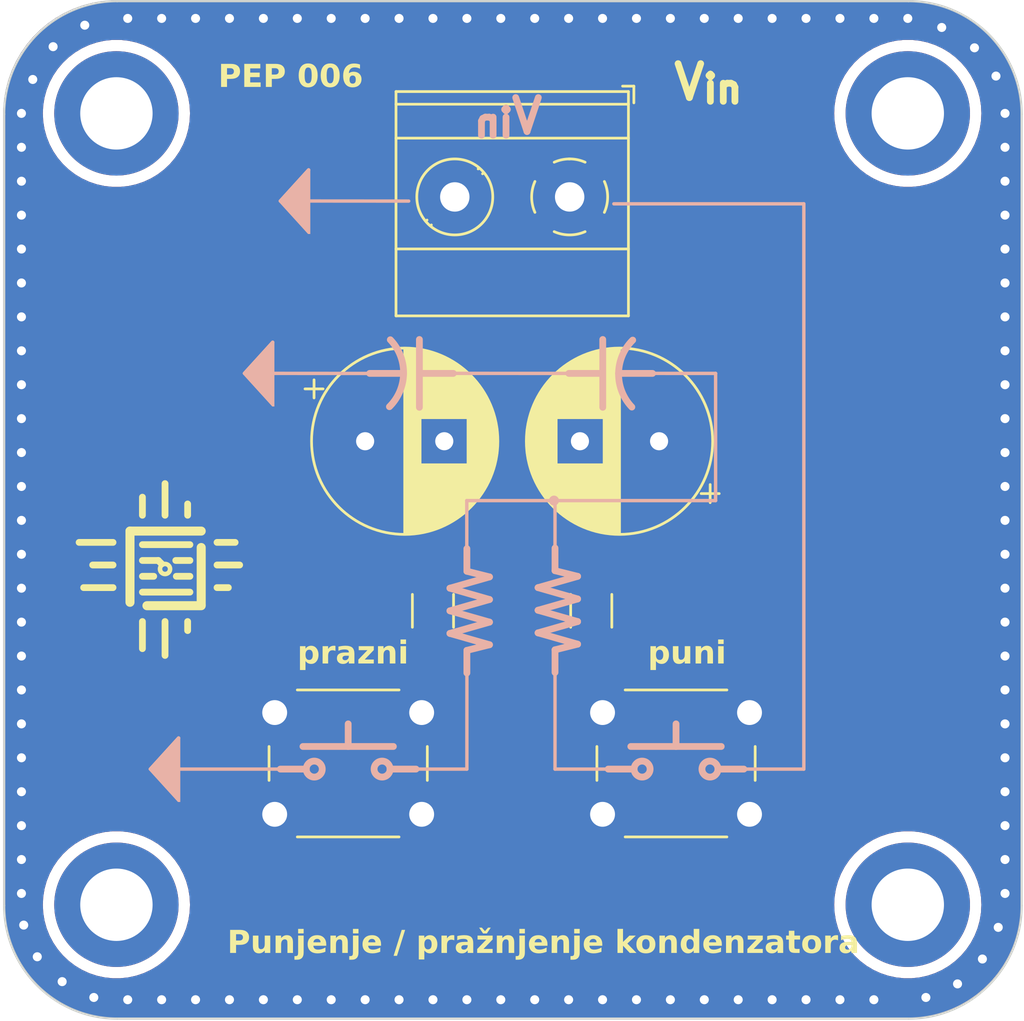
<source format=kicad_pcb>
(kicad_pcb (version 20240108) (generator "pcbnew") (generator_version "8.0")
  (layers (0 "F.Cu" signal) (31 "B.Cu" signal) (34 "B.Paste" user) (35 "F.Paste" user) (36 "B.SilkS" user "B.Silkscreen") (37 "F.SilkS" user "F.Silkscreen") (38 "B.Mask" user) (39 "F.Mask" user) (44 "Edge.Cuts" user))
  (net 0 "")
  (net 1 "0")
  (net 2 "Net-(C1-Pad2)")
  (net 3 "Output voltage")
  (net 4 "Input voltage")
  (net 5 "Net-(R1-Pad1)")
  (net 6 "Net-(R6-Pad1)")
  (footprint "Capacitor_THT:CP_Radial_D8.0mm_P3.50mm" (layer "F.Cu") (at 133 80.5 180)
    (property "Reference" "C1" (hide yes))
    (property "Value" "100u")
    (pad "1" thru_hole rect (at 0 0 180) (size 1.6 1.6) (drill 0.8) (layers "*.Cu" "*.Mask") (net 3 "Output voltage"))
    (pad "2" thru_hole circle (at 3.5 0 180) (size 1.6 1.6) (drill 0.8) (layers "*.Cu" "*.Mask") (net 2 "Net-(C1-Pad2)"))
  )
  (footprint "MountingHole:MountingHole_3.2mm_M3_ISO14580_Pad_TopBottom" (layer "F.Cu") (at 144 66)
    (property "Reference" "H3" (hide yes))
    (property "Value" "MountingHole")
    (pad "1" thru_hole circle (at 0 0) (size 3.6 3.6) (drill 3.2) (layers "*.Cu" "*.Mask"))
    (pad "1" connect circle (at 0 0) (size 5.5 5.5) (layers "F.Cu" "F.Mask"))
    (pad "1" connect circle (at 0 0) (size 5.5 5.5) (layers "B.Cu" "B.Mask"))
  )
  (footprint "Resistor_SMD:R_1206_3216Metric_Pad1.30x1.75mm_HandSolder" (layer "F.Cu") (at 123 88 90)
    (property "Reference" "R6" (hide yes))
    (property "Value" "100k" (hide yes))
    (pad "1" smd roundrect (at -1.55 0 90) (size 1.3 1.75) (layers "F.Cu" "F.Paste" "F.Mask") (roundrect_rratio 0.192308) (net 6 "Net-(R6-Pad1)"))
    (pad "2" smd roundrect (at 1.55 0 90) (size 1.3 1.75) (layers "F.Cu" "F.Paste" "F.Mask") (roundrect_rratio 0.192308) (net 3 "Output voltage"))
  )
  (footprint "Resistor_SMD:R_1206_3216Metric_Pad1.30x1.75mm_HandSolder" (layer "F.Cu") (at 130 88 90)
    (property "Reference" "R1" (hide yes))
    (property "Value" "100k" (hide yes))
    (pad "1" smd roundrect (at -1.55 0 90) (size 1.3 1.75) (layers "F.Cu" "F.Paste" "F.Mask") (roundrect_rratio 0.192308) (net 5 "Net-(R1-Pad1)"))
    (pad "2" smd roundrect (at 1.55 0 90) (size 1.3 1.75) (layers "F.Cu" "F.Paste" "F.Mask") (roundrect_rratio 0.192308) (net 3 "Output voltage"))
  )
  (footprint "MountingHole:MountingHole_3.2mm_M3_ISO14580_Pad_TopBottom" (layer "F.Cu") (at 144 101)
    (property "Reference" "H4" (hide yes))
    (property "Value" "MountingHole")
    (pad "1" thru_hole circle (at 0 0) (size 3.6 3.6) (drill 3.2) (layers "*.Cu" "*.Mask"))
    (pad "1" connect circle (at 0 0) (size 5.5 5.5) (layers "F.Cu" "F.Mask"))
    (pad "1" connect circle (at 0 0) (size 5.5 5.5) (layers "B.Cu" "B.Mask"))
  )
  (footprint "Button_Switch_THT:SW_PUSH_6mm_H4.3mm" (layer "F.Cu") (at 122.5 97 180)
    (property "Reference" "SW2" (hide yes))
    (property "Value" "SW_Push" (hide yes))
    (pad "1" thru_hole circle (at 0 0 270) (size 2 2) (drill 1.1) (layers "*.Cu" "*.Mask") (net 1 "0"))
    (pad "1" thru_hole circle (at 6.5 0 270) (size 2 2) (drill 1.1) (layers "*.Cu" "*.Mask") (net 1 "0"))
    (pad "2" thru_hole circle (at 0 4.5 270) (size 2 2) (drill 1.1) (layers "*.Cu" "*.Mask") (net 6 "Net-(R6-Pad1)"))
    (pad "2" thru_hole circle (at 6.5 4.5 270) (size 2 2) (drill 1.1) (layers "*.Cu" "*.Mask") (net 6 "Net-(R6-Pad1)"))
  )
  (footprint "Capacitor_THT:CP_Radial_D8.0mm_P3.50mm" (layer "F.Cu") (at 120 80.5)
    (property "Reference" "C2" (hide yes))
    (property "Value" "100u")
    (pad "1" thru_hole rect (at 0 0) (size 1.6 1.6) (drill 0.8) (layers "*.Cu" "*.Mask") (net 1 "0"))
    (pad "2" thru_hole circle (at 3.5 0) (size 1.6 1.6) (drill 0.8) (layers "*.Cu" "*.Mask") (net 2 "Net-(C1-Pad2)"))
  )
  (footprint "TerminalBlock_Phoenix:TerminalBlock_Phoenix_MKDS-1,5-2-5.08_1x02_P5.08mm_Horizontal" (layer "F.Cu") (at 129.045 69.695 180)
    (property "Reference" "J2" (hide yes))
    (property "Value" "Screw_Terminal_01x02")
    (pad "1" thru_hole rect (at 0 0 180) (size 2.6 2.6) (drill 1.3) (layers "*.Cu" "*.Mask") (net 4 "Input voltage"))
    (pad "2" thru_hole circle (at 5.08 0 180) (size 2.6 2.6) (drill 1.3) (layers "*.Cu" "*.Mask") (net 1 "0"))
  )
  (footprint "PEP:ele_petnica_logo" (layer "F.Cu") (at 111.15 86.15)
    (property "Reference" "REF**" (hide yes))
    (property "Value" "ele_petnica_logo" (hide yes))
  )
  (footprint "MountingHole:MountingHole_3.2mm_M3_ISO14580_Pad_TopBottom" (layer "F.Cu") (at 109 66)
    (property "Reference" "H2" (hide yes))
    (property "Value" "MountingHole")
    (pad "1" thru_hole circle (at 0 0) (size 3.6 3.6) (drill 3.2) (layers "*.Cu" "*.Mask"))
    (pad "1" connect circle (at 0 0) (size 5.5 5.5) (layers "F.Cu" "F.Mask"))
    (pad "1" connect circle (at 0 0) (size 5.5 5.5) (layers "B.Cu" "B.Mask"))
  )
  (footprint "Button_Switch_THT:SW_PUSH_6mm_H4.3mm" (layer "F.Cu") (at 137 97 180)
    (property "Reference" "SW1" (hide yes))
    (property "Value" "SW_Push" (hide yes))
    (pad "1" thru_hole circle (at 0 0 270) (size 2 2) (drill 1.1) (layers "*.Cu" "*.Mask") (net 4 "Input voltage"))
    (pad "1" thru_hole circle (at 6.5 0 270) (size 2 2) (drill 1.1) (layers "*.Cu" "*.Mask") (net 4 "Input voltage"))
    (pad "2" thru_hole circle (at 0 4.5 270) (size 2 2) (drill 1.1) (layers "*.Cu" "*.Mask") (net 5 "Net-(R1-Pad1)"))
    (pad "2" thru_hole circle (at 6.5 4.5 270) (size 2 2) (drill 1.1) (layers "*.Cu" "*.Mask") (net 5 "Net-(R1-Pad1)"))
  )
  (footprint "MountingHole:MountingHole_3.2mm_M3_ISO14580_Pad_TopBottom" (layer "F.Cu") (at 109 101 -90)
    (property "Reference" "H1" (hide yes))
    (property "Value" "MountingHole")
    (pad "1" thru_hole circle (at 0 0 270) (size 3.6 3.6) (drill 3.2) (layers "*.Cu" "*.Mask"))
    (pad "1" connect circle (at 0 0 270) (size 5.5 5.5) (layers "F.Cu" "F.Mask"))
    (pad "1" connect circle (at 0 0 270) (size 5.5 5.5) (layers "B.Cu" "B.Mask"))
  )
  (gr_line (start 130.509 79) (end 130.509 76) (stroke (width 0.3)) (layer "B.SilkS"))
  (gr_line (start 124.5 90.75) (end 124.5 89.75) (stroke (width 0.3)) (layer "B.SilkS"))
  (gr_line (start 135.603555 94.999997) (end 136.75 94.999997) (stroke (width 0.3)) (layer "B.SilkS"))
  (gr_line (start 121.926018 69.87862) (end 117.25 69.875) (stroke (width 0.15)) (layer "B.SilkS"))
  (gr_line (start 123.75 89) (end 125.5 88.5) (stroke (width 0.3)) (layer "B.SilkS"))
  (gr_line (start 139.402115 95) (end 136.15 94.999997) (stroke (width 0.15)) (layer "B.SilkS"))
  (gr_line (start 132.709 77.5) (end 131.209 77.5) (stroke (width 0.3)) (layer "B.SilkS"))
  (gr_line (start 129.397886 86.475) (end 128.397886 86.225) (stroke (width 0.3)) (layer "B.SilkS"))
  (gr_line (start 122.5 77.5) (end 123.9 77.5) (stroke (width 0.3)) (layer "B.SilkS"))
  (gr_circle (center 120.75 94.999997) (end 120.5 95.25) (stroke (width 0.3)) (fill none) (layer "B.SilkS"))
  (gr_line (start 111.75 93.625) (end 110.5 95) (stroke (width 0.15)) (layer "B.SilkS"))
  (gr_line (start 127.647886 88.975) (end 129.397886 88.475) (stroke (width 0.3)) (layer "B.SilkS"))
  (gr_line (start 123.75 87) (end 125.5 86.5) (stroke (width 0.3)) (layer "B.SilkS"))
  (gr_line (start 139.402115 70) (end 139.402115 95) (stroke (width 0.15)) (layer "B.SilkS"))
  (gr_line (start 128.397886 83.125) (end 128.397886 86.225) (stroke (width 0.15)) (layer "B.SilkS"))
  (gr_line (start 133.75 93) (end 133.75 94) (stroke (width 0.3)) (layer "B.SilkS"))
  (gr_circle (center 135.25 94.999997) (end 135 95.25) (stroke (width 0.3)) (fill none) (layer "B.SilkS"))
  (gr_line (start 128.397886 90.725) (end 128.397886 89.725) (stroke (width 0.3)) (layer "B.SilkS"))
  (gr_line (start 135.5 77.5) (end 132.826495 77.499095) (stroke (width 0.15)) (layer "B.SilkS"))
  (gr_poly (pts (xy 117.5 71.25) (xy 117.5 68.5) (xy 116.25 69.875)) (stroke (width 0.15)) (fill solid) (layer "B.SilkS"))
  (gr_line (start 131.896447 94.999997) (end 130.75 95) (stroke (width 0.3)) (layer "B.SilkS"))
  (gr_line (start 117.396447 94.999997) (end 116.25 95) (stroke (width 0.3)) (layer "B.SilkS"))
  (gr_line (start 131.75 94) (end 135.75 94) (stroke (width 0.3)) (layer "B.SilkS"))
  (gr_line (start 128.397886 89.725) (end 129.397886 89.475) (stroke (width 0.3)) (layer "B.SilkS"))
  (gr_line (start 125.5 87.5) (end 123.75 87) (stroke (width 0.3)) (layer "B.SilkS"))
  (gr_line (start 129.397886 87.475) (end 127.647886 86.975) (stroke (width 0.3)) (layer "B.SilkS"))
  (gr_line (start 129.397886 89.475) (end 127.647886 88.975) (stroke (width 0.3)) (layer "B.SilkS"))
  (gr_line (start 129.397886 88.475) (end 127.647886 87.975) (stroke (width 0.3)) (layer "B.SilkS"))
  (gr_line (start 135.5 83.125) (end 135.5 77.5) (stroke (width 0.15)) (layer "B.SilkS"))
  (gr_circle (center 132.25 94.999997) (end 132.5 95.249997) (stroke (width 0.3)) (fill none) (layer "B.SilkS"))
  (gr_line (start 124.495771 83.125) (end 135.5 83.125) (stroke (width 0.15)) (layer "B.SilkS"))
  (gr_line (start 122.147886 95) (end 124.5 95) (stroke (width 0.15)) (layer "B.SilkS"))
  (gr_line (start 131 70) (end 139.402115 70) (stroke (width 0.15)) (layer "B.SilkS"))
  (gr_line (start 122.4 76) (end 122.4 79) (stroke (width 0.3)) (layer "B.SilkS"))
  (gr_line (start 128.397886 95) (end 128.397886 89.725) (stroke (width 0.15)) (layer "B.SilkS"))
  (gr_line (start 120.2 77.5) (end 121.7 77.5) (stroke (width 0.3)) (layer "B.SilkS"))
  (gr_line (start 121.103555 94.999997) (end 122.25 94.999997) (stroke (width 0.3)) (layer "B.SilkS"))
  (gr_line (start 128.397886 86.225) (end 128.397886 85.225) (stroke (width 0.3)) (layer "B.SilkS"))
  (gr_line (start 128.397886 95) (end 130.75 95) (stroke (width 0.15)) (layer "B.SilkS"))
  (gr_poly (pts (xy 115.911991 78.87319) (xy 115.911991 76.12319) (xy 114.661991 77.49819)) (stroke (width 0.15)) (fill solid) (layer "B.SilkS"))
  (gr_line (start 130.409 77.5) (end 129.009 77.5) (stroke (width 0.3)) (layer "B.SilkS"))
  (gr_poly (pts (xy 111.75 96.375) (xy 111.75 93.625) (xy 110.5 95)) (stroke (width 0.15)) (fill solid) (layer "B.SilkS"))
  (gr_line (start 124.5 86.25) (end 124.5 85.25) (stroke (width 0.3)) (layer "B.SilkS"))
  (gr_arc (start 121.113592 76.01167) (mid 121.7 77.5) (end 121.074703 78.972415) (stroke (width 0.3)) (layer "B.SilkS"))
  (gr_line (start 117.5 68.5) (end 116.25 69.875) (stroke (width 0.15)) (layer "B.SilkS"))
  (gr_line (start 117.25 94) (end 121.25 94) (stroke (width 0.3)) (layer "B.SilkS"))
  (gr_circle (center 117.75 94.999997) (end 118 95.249997) (stroke (width 0.3)) (fill none) (layer "B.SilkS"))
  (gr_line (start 125.5 88.5) (end 123.75 88) (stroke (width 0.3)) (layer "B.SilkS"))
  (gr_line (start 123.75 88) (end 125.5 87.5) (stroke (width 0.3)) (layer "B.SilkS"))
  (gr_line (start 125.5 86.5) (end 124.5 86.25) (stroke (width 0.3)) (layer "B.SilkS"))
  (gr_line (start 124.495771 83.125) (end 124.495771 85.925) (stroke (width 0.15)) (layer "B.SilkS"))
  (gr_circle (center 128.352111 83.125) (end 128.227111 83.05) (stroke (width 0.15)) (fill none) (layer "B.SilkS"))
  (gr_line (start 124.5 89.75) (end 125.5 89.5) (stroke (width 0.3)) (layer "B.SilkS"))
  (gr_line (start 116.25 95) (end 111.5 95) (stroke (width 0.15)) (layer "B.SilkS"))
  (gr_line (start 120.338009 77.50181) (end 115.661991 77.49819) (stroke (width 0.15)) (layer "B.SilkS"))
  (gr_line (start 119.25 93) (end 119.25 94) (stroke (width 0.3)) (layer "B.SilkS"))
  (gr_line (start 115.911991 76.12319) (end 114.661991 77.49819) (stroke (width 0.15)) (layer "B.SilkS"))
  (gr_line (start 124.50181 90.661991) (end 124.5 95) (stroke (width 0.15)) (layer "B.SilkS"))
  (gr_line (start 125.5 89.5) (end 123.75 89) (stroke (width 0.3)) (layer "B.SilkS"))
  (gr_line (start 127.647886 87.975) (end 129.397886 87.475) (stroke (width 0.3)) (layer "B.SilkS"))
  (gr_line (start 129.009 77.5) (end 123.661991 77.49819) (stroke (width 0.15)) (layer "B.SilkS"))
  (gr_line (start 127.647886 86.975) (end 129.397886 86.475) (stroke (width 0.3)) (layer "B.SilkS"))
  (gr_arc (start 131.795408 78.98833) (mid 131.209 77.5) (end 131.834297 76.027585) (stroke (width 0.3)) (layer "B.SilkS"))
  (gr_line (start 104.035533 66.035533) (end 104.035533 101.035533) (stroke (width 0.1)) (layer "Edge.Cuts"))
  (gr_arc (start 149.035533 101.035533) (mid 147.571066 104.571066) (end 144.035533 106.035533) (stroke (width 0.1)) (layer "Edge.Cuts"))
  (gr_line (start 144.035535 61.035533) (end 109.035533 61.035533) (stroke (width 0.1)) (layer "Edge.Cuts"))
  (gr_arc (start 104.035533 66.035533) (mid 105.499999 62.499999) (end 109.035533 61.035533) (stroke (width 0.1)) (layer "Edge.Cuts"))
  (gr_line (start 149.035533 101.035533) (end 149.035531 66.035533) (stroke (width 0.1)) (layer "Edge.Cuts"))
  (gr_arc (start 144.035533 61.035533) (mid 147.571064 62.5) (end 149.035531 66.035533) (stroke (width 0.1)) (layer "Edge.Cuts"))
  (gr_arc (start 109.035533 106.035533) (mid 105.499999 104.571067) (end 104.035533 101.035533) (stroke (width 0.1)) (layer "Edge.Cuts"))
  (gr_line (start 109.035533 106.035533) (end 144.035533 106.035533) (stroke (width 0.1)) (layer "Edge.Cuts"))
  (gr_text "V_{in}\n" (at 128 67 0) (layer "B.SilkS") (effects (font (size 1.5 1.5) (thickness 0.3) (bold yes)) (justify left bottom mirror)))
  (gr_text "puni" (at 132.5 90.5 0) (layer "F.SilkS") (effects (font (size 1 1) (thickness 0.2) (bold yes)) (justify left bottom)))
  (gr_text "Punjenje / pražnjenje kondenzatora" (at 113.9 103.3 0) (layer "F.SilkS") (effects (font (size 1 1) (thickness 0.2) (bold yes)) (justify left bottom)))
  (gr_text "prazni\n" (at 117 90.5 0) (layer "F.SilkS") (effects (font (size 1 1) (thickness 0.2) (bold yes)) (justify left bottom)))
  (gr_text "V_{in}\n" (at 133.5 65.5 0) (layer "F.SilkS") (effects (font (size 1.5 1.5) (thickness 0.3) (bold yes)) (justify left bottom)))
  (gr_text "PEP 006" (at 113.5 65 0) (layer "F.SilkS") (effects (font (size 1 1) (thickness 0.2) (bold yes)) (justify left bottom)))
  (via (at 148.3 97.5) (size 0.8) (drill 0.4) (layers "F.Cu" "B.Cu") (net 1))
  (via (at 126 105.2) (size 0.8) (drill 0.4) (layers "F.Cu" "B.Cu") (net 1))
  (via (at 148.3 99) (size 0.8) (drill 0.4) (layers "F.Cu" "B.Cu") (net 1))
  (via (at 148.3 67.5) (size 0.8) (drill 0.4) (layers "F.Cu" "B.Cu") (net 1))
  (via (at 104.8 72) (size 0.8) (drill 0.4) (layers "F.Cu" "B.Cu") (net 1))
  (via (at 104.8 76.5) (size 0.8) (drill 0.4) (layers "F.Cu" "B.Cu") (net 1))
  (via (at 104.8 96) (size 0.8) (drill 0.4) (layers "F.Cu" "B.Cu") (net 1))
  (via (at 120 61.8) (size 0.8) (drill 0.4) (layers "F.Cu" "B.Cu") (net 1))
  (via (at 127.5 61.8) (size 0.8) (drill 0.4) (layers "F.Cu" "B.Cu") (net 1))
  (via (at 104.8 84) (size 0.8) (drill 0.4) (layers "F.Cu" "B.Cu") (net 1))
  (via (at 109.5 105.2) (size 0.8) (drill 0.4) (layers "F.Cu" "B.Cu") (net 1))
  (via (at 107.6 62.1) (size 0.8) (drill 0.4) (layers "F.Cu" "B.Cu") (net 1))
  (via (at 120 105.2) (size 0.8) (drill 0.4) (layers "F.Cu" "B.Cu") (net 1))
  (via (at 104.8 97.5) (size 0.8) (drill 0.4) (layers "F.Cu" "B.Cu") (net 1))
  (via (at 144 61.8) (size 0.8) (drill 0.4) (layers "F.Cu" "B.Cu") (net 1))
  (via (at 105.5 103.3) (size 0.8) (drill 0.4) (layers "F.Cu" "B.Cu") (net 1))
  (via (at 148.3 91.5) (size 0.8) (drill 0.4) (layers "F.Cu" "B.Cu") (net 1))
  (via (at 111 61.8) (size 0.8) (drill 0.4) (layers "F.Cu" "B.Cu") (net 1))
  (via (at 124.5 61.8) (size 0.8) (drill 0.4) (layers "F.Cu" "B.Cu") (net 1))
  (via (at 115.5 61.8) (size 0.8) (drill 0.4) (layers "F.Cu" "B.Cu") (net 1))
  (via (at 109.5 61.8) (size 0.8) (drill 0.4) (layers "F.Cu" "B.Cu") (net 1))
  (via (at 146.2 104.5) (size 0.8) (drill 0.4) (layers "F.Cu" "B.Cu") (net 1))
  (via (at 129 61.8) (size 0.8) (drill 0.4) (layers "F.Cu" "B.Cu") (net 1))
  (via (at 114 105.2) (size 0.8) (drill 0.4) (layers "F.Cu" "B.Cu") (net 1))
  (via (at 147.9 64.35) (size 0.8) (drill 0.4) (layers "F.Cu" "B.Cu") (net 1))
  (via (at 112.5 61.8) (size 0.8) (drill 0.4) (layers "F.Cu" "B.Cu") (net 1))
  (via (at 129 105.2) (size 0.8) (drill 0.4) (layers "F.Cu" "B.Cu") (net 1))
  (via (at 148.3 82.5) (size 0.8) (drill 0.4) (layers "F.Cu" "B.Cu") (net 1))
  (via (at 148.3 73.5) (size 0.8) (drill 0.4) (layers "F.Cu" "B.Cu") (net 1))
  (via (at 104.8 90) (size 0.8) (drill 0.4) (layers "F.Cu" "B.Cu") (net 1))
  (via (at 141 61.8) (size 0.8) (drill 0.4) (layers "F.Cu" "B.Cu") (net 1))
  (via (at 132 61.8) (size 0.8) (drill 0.4) (layers "F.Cu" "B.Cu") (net 1))
  (via (at 106.6 104.4) (size 0.8) (drill 0.4) (layers "F.Cu" "B.Cu") (net 1))
  (via (at 104.8 82.5) (size 0.8) (drill 0.4) (layers "F.Cu" "B.Cu") (net 1))
  (via (at 104.8 66) (size 0.8) (drill 0.4) (layers "F.Cu" "B.Cu") (net 1))
  (via (at 118.5 105.2) (size 0.8) (drill 0.4) (layers "F.Cu" "B.Cu") (net 1))
  (via (at 104.8 75) (size 0.8) (drill 0.4) (layers "F.Cu" "B.Cu") (net 1))
  (via (at 104.8 99) (size 0.8) (drill 0.4) (layers "F.Cu" "B.Cu") (net 1))
  (via (at 104.8 79.5) (size 0.8) (drill 0.4) (layers "F.Cu" "B.Cu") (net 1))
  (via (at 130.5 61.8) (size 0.8) (drill 0.4) (layers "F.Cu" "B.Cu") (net 1))
  (via (at 141 105.2) (size 0.8) (drill 0.4) (layers "F.Cu" "B.Cu") (net 1))
  (via (at 142.5 61.8) (size 0.8) (drill 0.4) (layers "F.Cu" "B.Cu") (net 1))
  (via (at 145.5 62.2) (size 0.8) (drill 0.4) (layers "F.Cu" "B.Cu") (net 1))
  (via (at 104.8 67.5) (size 0.8) (drill 0.4) (layers "F.Cu" "B.Cu") (net 1))
  (via (at 148.3 66) (size 0.8) (drill 0.4) (layers "F.Cu" "B.Cu") (net 1))
  (via (at 104.8 70.5) (size 0.8) (drill 0.4) (layers "F.Cu" "B.Cu") (net 1))
  (via (at 118.5 61.8) (size 0.8) (drill 0.4) (layers "F.Cu" "B.Cu") (net 1))
  (via (at 104.8 69) (size 0.8) (drill 0.4) (layers "F.Cu" "B.Cu") (net 1))
  (via (at 148.3 100.5) (size 0.8) (drill 0.4) (layers "F.Cu" "B.Cu") (net 1))
  (via (at 106.2 63.05) (size 0.8) (drill 0.4) (layers "F.Cu" "B.Cu") (net 1))
  (via (at 148.3 79.5) (size 0.8) (drill 0.4) (layers "F.Cu" "B.Cu") (net 1))
  (via (at 121.5 105.2) (size 0.8) (drill 0.4) (layers "F.Cu" "B.Cu") (net 1))
  (via (at 121.5 61.8) (size 0.8) (drill 0.4) (layers "F.Cu" "B.Cu") (net 1))
  (via (at 144.8 105.1) (size 0.8) (drill 0.4) (layers "F.Cu" "B.Cu") (net 1))
  (via (at 104.8 81) (size 0.8) (drill 0.4) (layers "F.Cu" "B.Cu") (net 1))
  (via (at 139.5 61.8) (size 0.8) (drill 0.4) (layers "F.Cu" "B.Cu") (net 1))
  (via (at 148.3 88.5) (size 0.8) (drill 0.4) (layers "F.Cu" "B.Cu") (net 1))
  (via (at 148 102) (size 0.8) (drill 0.4) (layers "F.Cu" "B.Cu") (net 1))
  (via (at 127.5 105.2) (size 0.8) (drill 0.4) (layers "F.Cu" "B.Cu") (net 1))
  (via (at 148.3 81) (size 0.8) (drill 0.4) (layers "F.Cu" "B.Cu") (net 1))
  (via (at 133.5 105.2) (size 0.8) (drill 0.4) (layers "F.Cu" "B.Cu") (net 1))
  (via (at 124.5 105.2) (size 0.8) (drill 0.4) (layers "F.Cu" "B.Cu") (net 1))
  (via (at 148.3 70.5) (size 0.8) (drill 0.4) (layers "F.Cu" "B.Cu") (net 1))
  (via (at 133.5 61.8) (size 0.8) (drill 0.4) (layers "F.Cu" "B.Cu") (net 1))
  (via (at 148.3 84) (size 0.8) (drill 0.4) (layers "F.Cu" "B.Cu") (net 1))
  (via (at 148.3 85.5) (size 0.8) (drill 0.4) (layers "F.Cu" "B.Cu") (net 1))
  (via (at 148.3 93) (size 0.8) (drill 0.4) (layers "F.Cu" "B.Cu") (net 1))
  (via (at 148.3 75) (size 0.8) (drill 0.4) (layers "F.Cu" "B.Cu") (net 1))
  (via (at 147.3 103.4) (size 0.8) (drill 0.4) (layers "F.Cu" "B.Cu") (net 1))
  (via (at 104.8 85.5) (size 0.8) (drill 0.4) (layers "F.Cu" "B.Cu") (net 1))
  (via (at 148.3 72) (size 0.8) (drill 0.4) (layers "F.Cu" "B.Cu") (net 1))
  (via (at 123 61.8) (size 0.8) (drill 0.4) (layers "F.Cu" "B.Cu") (net 1))
  (via (at 139.5 105.2) (size 0.8) (drill 0.4) (layers "F.Cu" "B.Cu") (net 1))
  (via (at 114 61.8) (size 0.8) (drill 0.4) (layers "F.Cu" "B.Cu") (net 1))
  (via (at 115.5 105.2) (size 0.8) (drill 0.4) (layers "F.Cu" "B.Cu") (net 1))
  (via (at 138 61.8) (size 0.8) (drill 0.4) (layers "F.Cu" "B.Cu") (net 1))
  (via (at 117 61.8) (size 0.8) (drill 0.4) (layers "F.Cu" "B.Cu") (net 1))
  (via (at 126 61.8) (size 0.8) (drill 0.4) (layers "F.Cu" "B.Cu") (net 1))
  (via (at 123 105.2) (size 0.8) (drill 0.4) (layers "F.Cu" "B.Cu") (net 1))
  (via (at 142.5 105.2) (size 0.8) (drill 0.4) (layers "F.Cu" "B.Cu") (net 1))
  (via (at 148.3 90) (size 0.8) (drill 0.4) (layers "F.Cu" "B.Cu") (net 1))
  (via (at 105.3 64.5) (size 0.8) (drill 0.4) (layers "F.Cu" "B.Cu") (net 1))
  (via (at 136.5 61.8) (size 0.8) (drill 0.4) (layers "F.Cu" "B.Cu") (net 1))
  (via (at 132 105.2) (size 0.8) (drill 0.4) (layers "F.Cu" "B.Cu") (net 1))
  (via (at 148.3 87) (size 0.8) (drill 0.4) (layers "F.Cu" "B.Cu") (net 1))
  (via (at 135 105.2) (size 0.8) (drill 0.4) (layers "F.Cu" "B.Cu") (net 1))
  (via (at 104.8 73.5) (size 0.8) (drill 0.4) (layers "F.Cu" "B.Cu") (net 1))
  (via (at 104.8 87) (size 0.8) (drill 0.4) (layers "F.Cu" "B.Cu") (net 1))
  (via (at 104.8 78) (size 0.8) (drill 0.4) (layers "F.Cu" "B.Cu") (net 1))
  (via (at 104.9 101.9) (size 0.8) (drill 0.4) (layers "F.Cu" "B.Cu") (net 1))
  (via (at 135 61.8) (size 0.8) (drill 0.4) (layers "F.Cu" "B.Cu") (net 1))
  (via (at 148.3 78) (size 0.8) (drill 0.4) (layers "F.Cu" "B.Cu") (net 1))
  (via (at 104.8 100.5) (size 0.8) (drill 0.4) (layers "F.Cu" "B.Cu") (net 1))
  (via (at 136.5 105.2) (size 0.8) (drill 0.4) (layers "F.Cu" "B.Cu") (net 1))
  (via (at 138 105.2) (size 0.8) (drill 0.4) (layers "F.Cu" "B.Cu") (net 1))
  (via (at 104.8 88.5) (size 0.8) (drill 0.4) (layers "F.Cu" "B.Cu") (net 1))
  (via (at 148.3 94.5) (size 0.8) (drill 0.4) (layers "F.Cu" "B.Cu") (net 1))
  (via (at 146.95 63.1) (size 0.8) (drill 0.4) (layers "F.Cu" "B.Cu") (net 1))
  (via (at 148.3 69) (size 0.8) (drill 0.4) (layers "F.Cu" "B.Cu") (net 1))
  (via (at 148.3 76.5) (size 0.8) (drill 0.4) (layers "F.Cu" "B.Cu") (net 1))
  (via (at 111 105.2) (size 0.8) (drill 0.4) (layers "F.Cu" "B.Cu") (net 1))
  (via (at 130.5 105.2) (size 0.8) (drill 0.4) (layers "F.Cu" "B.Cu") (net 1))
  (via (at 104.8 91.5) (size 0.8) (drill 0.4) (layers "F.Cu" "B.Cu") (net 1))
  (via (at 104.8 93) (size 0.8) (drill 0.4) (layers "F.Cu" "B.Cu") (net 1))
  (via (at 112.5 105.2) (size 0.8) (drill 0.4) (layers "F.Cu" "B.Cu") (net 1))
  (via (at 117 105.2) (size 0.8) (drill 0.4) (layers "F.Cu" "B.Cu") (net 1))
  (via (at 148.3 96) (size 0.8) (drill 0.4) (layers "F.Cu" "B.Cu") (net 1))
  (via (at 108 105.1) (size 0.8) (drill 0.4) (layers "F.Cu" "B.Cu") (net 1))
  (via (at 104.8 94.5) (size 0.8) (drill 0.4) (layers "F.Cu" "B.Cu") (net 1))
  (segment (start 129.5 80.5) (end 123.5 80.5) (width 1) (layer "F.Cu") (net 2))
  (segment (start 130 86.45) (end 133 83.45) (width 1) (layer "F.Cu") (net 3))
  (segment (start 123 86.45) (end 130 86.45) (width 1) (layer "F.Cu") (net 3))
  (segment (start 133 83.45) (end 133 80.5) (width 1) (layer "F.Cu") (net 3))
  (segment (start 139.5 94.5) (end 139.5 80.15) (width 1) (layer "F.Cu") (net 4))
  (segment (start 139.5 80.15) (end 129.045 69.695) (width 1) (layer "F.Cu") (net 4))
  (segment (start 137 97) (end 139.5 94.5) (width 1) (layer "F.Cu") (net 4))
  (segment (start 130.5 97) (end 137 97) (width 1) (layer "F.Cu") (net 4))
  (segment (start 130.5 92.5) (end 137 92.5) (width 1) (layer "F.Cu") (net 5))
  (segment (start 130 92) (end 130.5 92.5) (width 1) (layer "F.Cu") (net 5))
  (segment (start 130 89.55) (end 130 92) (width 1) (layer "F.Cu") (net 5))
  (segment (start 122.5 92.5) (end 123 92) (width 1) (layer "F.Cu") (net 6))
  (segment (start 116 92.5) (end 122.5 92.5) (width 1) (layer "F.Cu") (net 6))
  (segment (start 123 92) (end 123 89.55) (width 1) (layer "F.Cu") (net 6))
  (zone (net 1) (net_name "0") (layer "F.Cu") (priority 1) (connect_pads (clearance 0.5)) (min_thickness 0.25) (fill yes (thermal_gap 0.5) (thermal_bridge_width 0.5))
    (polygon (pts (xy 104 61) (xy 149 61) (xy 149 106) (xy 104 106)))
  )
  (zone (net 1) (net_name "0") (layer "B.Cu") (priority 1) (connect_pads (clearance 0.5)) (min_thickness 0.25) (fill yes (thermal_gap 0.5) (thermal_bridge_width 0.5))
    (polygon (pts (xy 104 61) (xy 149 61) (xy 149 106) (xy 104 106)))
  )
)
</source>
